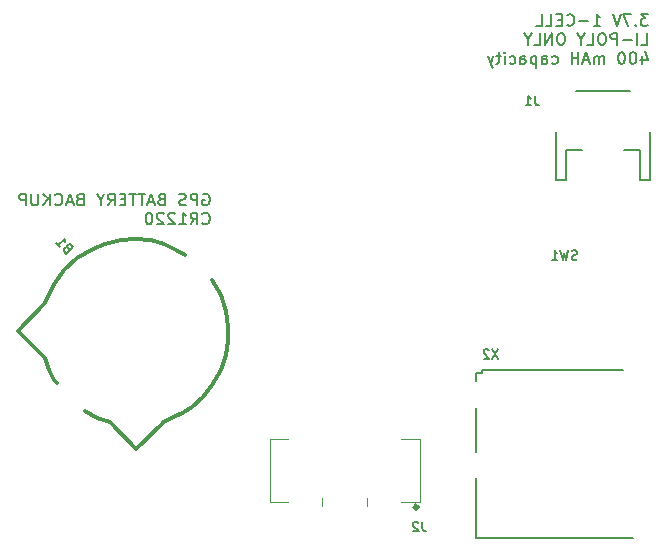
<source format=gbr>
%TF.GenerationSoftware,KiCad,Pcbnew,7.0.5*%
%TF.CreationDate,2024-02-09T08:38:42-06:00*%
%TF.ProjectId,peakick,7065616b-6963-46b2-9e6b-696361645f70,rev?*%
%TF.SameCoordinates,Original*%
%TF.FileFunction,Legend,Bot*%
%TF.FilePolarity,Positive*%
%FSLAX46Y46*%
G04 Gerber Fmt 4.6, Leading zero omitted, Abs format (unit mm)*
G04 Created by KiCad (PCBNEW 7.0.5) date 2024-02-09 08:38:42*
%MOMM*%
%LPD*%
G01*
G04 APERTURE LIST*
%ADD10C,0.150000*%
%ADD11C,0.100000*%
%ADD12C,0.120000*%
%ADD13C,0.310000*%
%ADD14C,0.127000*%
%ADD15C,0.304800*%
%ADD16C,0.203200*%
G04 APERTURE END LIST*
D10*
X145339411Y-81132438D02*
X145434649Y-81084819D01*
X145434649Y-81084819D02*
X145577506Y-81084819D01*
X145577506Y-81084819D02*
X145720363Y-81132438D01*
X145720363Y-81132438D02*
X145815601Y-81227676D01*
X145815601Y-81227676D02*
X145863220Y-81322914D01*
X145863220Y-81322914D02*
X145910839Y-81513390D01*
X145910839Y-81513390D02*
X145910839Y-81656247D01*
X145910839Y-81656247D02*
X145863220Y-81846723D01*
X145863220Y-81846723D02*
X145815601Y-81941961D01*
X145815601Y-81941961D02*
X145720363Y-82037200D01*
X145720363Y-82037200D02*
X145577506Y-82084819D01*
X145577506Y-82084819D02*
X145482268Y-82084819D01*
X145482268Y-82084819D02*
X145339411Y-82037200D01*
X145339411Y-82037200D02*
X145291792Y-81989580D01*
X145291792Y-81989580D02*
X145291792Y-81656247D01*
X145291792Y-81656247D02*
X145482268Y-81656247D01*
X144863220Y-82084819D02*
X144863220Y-81084819D01*
X144863220Y-81084819D02*
X144482268Y-81084819D01*
X144482268Y-81084819D02*
X144387030Y-81132438D01*
X144387030Y-81132438D02*
X144339411Y-81180057D01*
X144339411Y-81180057D02*
X144291792Y-81275295D01*
X144291792Y-81275295D02*
X144291792Y-81418152D01*
X144291792Y-81418152D02*
X144339411Y-81513390D01*
X144339411Y-81513390D02*
X144387030Y-81561009D01*
X144387030Y-81561009D02*
X144482268Y-81608628D01*
X144482268Y-81608628D02*
X144863220Y-81608628D01*
X143910839Y-82037200D02*
X143767982Y-82084819D01*
X143767982Y-82084819D02*
X143529887Y-82084819D01*
X143529887Y-82084819D02*
X143434649Y-82037200D01*
X143434649Y-82037200D02*
X143387030Y-81989580D01*
X143387030Y-81989580D02*
X143339411Y-81894342D01*
X143339411Y-81894342D02*
X143339411Y-81799104D01*
X143339411Y-81799104D02*
X143387030Y-81703866D01*
X143387030Y-81703866D02*
X143434649Y-81656247D01*
X143434649Y-81656247D02*
X143529887Y-81608628D01*
X143529887Y-81608628D02*
X143720363Y-81561009D01*
X143720363Y-81561009D02*
X143815601Y-81513390D01*
X143815601Y-81513390D02*
X143863220Y-81465771D01*
X143863220Y-81465771D02*
X143910839Y-81370533D01*
X143910839Y-81370533D02*
X143910839Y-81275295D01*
X143910839Y-81275295D02*
X143863220Y-81180057D01*
X143863220Y-81180057D02*
X143815601Y-81132438D01*
X143815601Y-81132438D02*
X143720363Y-81084819D01*
X143720363Y-81084819D02*
X143482268Y-81084819D01*
X143482268Y-81084819D02*
X143339411Y-81132438D01*
X141815601Y-81561009D02*
X141672744Y-81608628D01*
X141672744Y-81608628D02*
X141625125Y-81656247D01*
X141625125Y-81656247D02*
X141577506Y-81751485D01*
X141577506Y-81751485D02*
X141577506Y-81894342D01*
X141577506Y-81894342D02*
X141625125Y-81989580D01*
X141625125Y-81989580D02*
X141672744Y-82037200D01*
X141672744Y-82037200D02*
X141767982Y-82084819D01*
X141767982Y-82084819D02*
X142148934Y-82084819D01*
X142148934Y-82084819D02*
X142148934Y-81084819D01*
X142148934Y-81084819D02*
X141815601Y-81084819D01*
X141815601Y-81084819D02*
X141720363Y-81132438D01*
X141720363Y-81132438D02*
X141672744Y-81180057D01*
X141672744Y-81180057D02*
X141625125Y-81275295D01*
X141625125Y-81275295D02*
X141625125Y-81370533D01*
X141625125Y-81370533D02*
X141672744Y-81465771D01*
X141672744Y-81465771D02*
X141720363Y-81513390D01*
X141720363Y-81513390D02*
X141815601Y-81561009D01*
X141815601Y-81561009D02*
X142148934Y-81561009D01*
X141196553Y-81799104D02*
X140720363Y-81799104D01*
X141291791Y-82084819D02*
X140958458Y-81084819D01*
X140958458Y-81084819D02*
X140625125Y-82084819D01*
X140434648Y-81084819D02*
X139863220Y-81084819D01*
X140148934Y-82084819D02*
X140148934Y-81084819D01*
X139672743Y-81084819D02*
X139101315Y-81084819D01*
X139387029Y-82084819D02*
X139387029Y-81084819D01*
X138767981Y-81561009D02*
X138434648Y-81561009D01*
X138291791Y-82084819D02*
X138767981Y-82084819D01*
X138767981Y-82084819D02*
X138767981Y-81084819D01*
X138767981Y-81084819D02*
X138291791Y-81084819D01*
X137291791Y-82084819D02*
X137625124Y-81608628D01*
X137863219Y-82084819D02*
X137863219Y-81084819D01*
X137863219Y-81084819D02*
X137482267Y-81084819D01*
X137482267Y-81084819D02*
X137387029Y-81132438D01*
X137387029Y-81132438D02*
X137339410Y-81180057D01*
X137339410Y-81180057D02*
X137291791Y-81275295D01*
X137291791Y-81275295D02*
X137291791Y-81418152D01*
X137291791Y-81418152D02*
X137339410Y-81513390D01*
X137339410Y-81513390D02*
X137387029Y-81561009D01*
X137387029Y-81561009D02*
X137482267Y-81608628D01*
X137482267Y-81608628D02*
X137863219Y-81608628D01*
X136672743Y-81608628D02*
X136672743Y-82084819D01*
X137006076Y-81084819D02*
X136672743Y-81608628D01*
X136672743Y-81608628D02*
X136339410Y-81084819D01*
X134910838Y-81561009D02*
X134767981Y-81608628D01*
X134767981Y-81608628D02*
X134720362Y-81656247D01*
X134720362Y-81656247D02*
X134672743Y-81751485D01*
X134672743Y-81751485D02*
X134672743Y-81894342D01*
X134672743Y-81894342D02*
X134720362Y-81989580D01*
X134720362Y-81989580D02*
X134767981Y-82037200D01*
X134767981Y-82037200D02*
X134863219Y-82084819D01*
X134863219Y-82084819D02*
X135244171Y-82084819D01*
X135244171Y-82084819D02*
X135244171Y-81084819D01*
X135244171Y-81084819D02*
X134910838Y-81084819D01*
X134910838Y-81084819D02*
X134815600Y-81132438D01*
X134815600Y-81132438D02*
X134767981Y-81180057D01*
X134767981Y-81180057D02*
X134720362Y-81275295D01*
X134720362Y-81275295D02*
X134720362Y-81370533D01*
X134720362Y-81370533D02*
X134767981Y-81465771D01*
X134767981Y-81465771D02*
X134815600Y-81513390D01*
X134815600Y-81513390D02*
X134910838Y-81561009D01*
X134910838Y-81561009D02*
X135244171Y-81561009D01*
X134291790Y-81799104D02*
X133815600Y-81799104D01*
X134387028Y-82084819D02*
X134053695Y-81084819D01*
X134053695Y-81084819D02*
X133720362Y-82084819D01*
X132815600Y-81989580D02*
X132863219Y-82037200D01*
X132863219Y-82037200D02*
X133006076Y-82084819D01*
X133006076Y-82084819D02*
X133101314Y-82084819D01*
X133101314Y-82084819D02*
X133244171Y-82037200D01*
X133244171Y-82037200D02*
X133339409Y-81941961D01*
X133339409Y-81941961D02*
X133387028Y-81846723D01*
X133387028Y-81846723D02*
X133434647Y-81656247D01*
X133434647Y-81656247D02*
X133434647Y-81513390D01*
X133434647Y-81513390D02*
X133387028Y-81322914D01*
X133387028Y-81322914D02*
X133339409Y-81227676D01*
X133339409Y-81227676D02*
X133244171Y-81132438D01*
X133244171Y-81132438D02*
X133101314Y-81084819D01*
X133101314Y-81084819D02*
X133006076Y-81084819D01*
X133006076Y-81084819D02*
X132863219Y-81132438D01*
X132863219Y-81132438D02*
X132815600Y-81180057D01*
X132387028Y-82084819D02*
X132387028Y-81084819D01*
X131815600Y-82084819D02*
X132244171Y-81513390D01*
X131815600Y-81084819D02*
X132387028Y-81656247D01*
X131387028Y-81084819D02*
X131387028Y-81894342D01*
X131387028Y-81894342D02*
X131339409Y-81989580D01*
X131339409Y-81989580D02*
X131291790Y-82037200D01*
X131291790Y-82037200D02*
X131196552Y-82084819D01*
X131196552Y-82084819D02*
X131006076Y-82084819D01*
X131006076Y-82084819D02*
X130910838Y-82037200D01*
X130910838Y-82037200D02*
X130863219Y-81989580D01*
X130863219Y-81989580D02*
X130815600Y-81894342D01*
X130815600Y-81894342D02*
X130815600Y-81084819D01*
X130339409Y-82084819D02*
X130339409Y-81084819D01*
X130339409Y-81084819D02*
X129958457Y-81084819D01*
X129958457Y-81084819D02*
X129863219Y-81132438D01*
X129863219Y-81132438D02*
X129815600Y-81180057D01*
X129815600Y-81180057D02*
X129767981Y-81275295D01*
X129767981Y-81275295D02*
X129767981Y-81418152D01*
X129767981Y-81418152D02*
X129815600Y-81513390D01*
X129815600Y-81513390D02*
X129863219Y-81561009D01*
X129863219Y-81561009D02*
X129958457Y-81608628D01*
X129958457Y-81608628D02*
X130339409Y-81608628D01*
X145291792Y-83599580D02*
X145339411Y-83647200D01*
X145339411Y-83647200D02*
X145482268Y-83694819D01*
X145482268Y-83694819D02*
X145577506Y-83694819D01*
X145577506Y-83694819D02*
X145720363Y-83647200D01*
X145720363Y-83647200D02*
X145815601Y-83551961D01*
X145815601Y-83551961D02*
X145863220Y-83456723D01*
X145863220Y-83456723D02*
X145910839Y-83266247D01*
X145910839Y-83266247D02*
X145910839Y-83123390D01*
X145910839Y-83123390D02*
X145863220Y-82932914D01*
X145863220Y-82932914D02*
X145815601Y-82837676D01*
X145815601Y-82837676D02*
X145720363Y-82742438D01*
X145720363Y-82742438D02*
X145577506Y-82694819D01*
X145577506Y-82694819D02*
X145482268Y-82694819D01*
X145482268Y-82694819D02*
X145339411Y-82742438D01*
X145339411Y-82742438D02*
X145291792Y-82790057D01*
X144291792Y-83694819D02*
X144625125Y-83218628D01*
X144863220Y-83694819D02*
X144863220Y-82694819D01*
X144863220Y-82694819D02*
X144482268Y-82694819D01*
X144482268Y-82694819D02*
X144387030Y-82742438D01*
X144387030Y-82742438D02*
X144339411Y-82790057D01*
X144339411Y-82790057D02*
X144291792Y-82885295D01*
X144291792Y-82885295D02*
X144291792Y-83028152D01*
X144291792Y-83028152D02*
X144339411Y-83123390D01*
X144339411Y-83123390D02*
X144387030Y-83171009D01*
X144387030Y-83171009D02*
X144482268Y-83218628D01*
X144482268Y-83218628D02*
X144863220Y-83218628D01*
X143339411Y-83694819D02*
X143910839Y-83694819D01*
X143625125Y-83694819D02*
X143625125Y-82694819D01*
X143625125Y-82694819D02*
X143720363Y-82837676D01*
X143720363Y-82837676D02*
X143815601Y-82932914D01*
X143815601Y-82932914D02*
X143910839Y-82980533D01*
X142958458Y-82790057D02*
X142910839Y-82742438D01*
X142910839Y-82742438D02*
X142815601Y-82694819D01*
X142815601Y-82694819D02*
X142577506Y-82694819D01*
X142577506Y-82694819D02*
X142482268Y-82742438D01*
X142482268Y-82742438D02*
X142434649Y-82790057D01*
X142434649Y-82790057D02*
X142387030Y-82885295D01*
X142387030Y-82885295D02*
X142387030Y-82980533D01*
X142387030Y-82980533D02*
X142434649Y-83123390D01*
X142434649Y-83123390D02*
X143006077Y-83694819D01*
X143006077Y-83694819D02*
X142387030Y-83694819D01*
X142006077Y-82790057D02*
X141958458Y-82742438D01*
X141958458Y-82742438D02*
X141863220Y-82694819D01*
X141863220Y-82694819D02*
X141625125Y-82694819D01*
X141625125Y-82694819D02*
X141529887Y-82742438D01*
X141529887Y-82742438D02*
X141482268Y-82790057D01*
X141482268Y-82790057D02*
X141434649Y-82885295D01*
X141434649Y-82885295D02*
X141434649Y-82980533D01*
X141434649Y-82980533D02*
X141482268Y-83123390D01*
X141482268Y-83123390D02*
X142053696Y-83694819D01*
X142053696Y-83694819D02*
X141434649Y-83694819D01*
X140815601Y-82694819D02*
X140720363Y-82694819D01*
X140720363Y-82694819D02*
X140625125Y-82742438D01*
X140625125Y-82742438D02*
X140577506Y-82790057D01*
X140577506Y-82790057D02*
X140529887Y-82885295D01*
X140529887Y-82885295D02*
X140482268Y-83075771D01*
X140482268Y-83075771D02*
X140482268Y-83313866D01*
X140482268Y-83313866D02*
X140529887Y-83504342D01*
X140529887Y-83504342D02*
X140577506Y-83599580D01*
X140577506Y-83599580D02*
X140625125Y-83647200D01*
X140625125Y-83647200D02*
X140720363Y-83694819D01*
X140720363Y-83694819D02*
X140815601Y-83694819D01*
X140815601Y-83694819D02*
X140910839Y-83647200D01*
X140910839Y-83647200D02*
X140958458Y-83599580D01*
X140958458Y-83599580D02*
X141006077Y-83504342D01*
X141006077Y-83504342D02*
X141053696Y-83313866D01*
X141053696Y-83313866D02*
X141053696Y-83075771D01*
X141053696Y-83075771D02*
X141006077Y-82885295D01*
X141006077Y-82885295D02*
X140958458Y-82790057D01*
X140958458Y-82790057D02*
X140910839Y-82742438D01*
X140910839Y-82742438D02*
X140815601Y-82694819D01*
X183033458Y-65874819D02*
X182414411Y-65874819D01*
X182414411Y-65874819D02*
X182747744Y-66255771D01*
X182747744Y-66255771D02*
X182604887Y-66255771D01*
X182604887Y-66255771D02*
X182509649Y-66303390D01*
X182509649Y-66303390D02*
X182462030Y-66351009D01*
X182462030Y-66351009D02*
X182414411Y-66446247D01*
X182414411Y-66446247D02*
X182414411Y-66684342D01*
X182414411Y-66684342D02*
X182462030Y-66779580D01*
X182462030Y-66779580D02*
X182509649Y-66827200D01*
X182509649Y-66827200D02*
X182604887Y-66874819D01*
X182604887Y-66874819D02*
X182890601Y-66874819D01*
X182890601Y-66874819D02*
X182985839Y-66827200D01*
X182985839Y-66827200D02*
X183033458Y-66779580D01*
X181985839Y-66779580D02*
X181938220Y-66827200D01*
X181938220Y-66827200D02*
X181985839Y-66874819D01*
X181985839Y-66874819D02*
X182033458Y-66827200D01*
X182033458Y-66827200D02*
X181985839Y-66779580D01*
X181985839Y-66779580D02*
X181985839Y-66874819D01*
X181604887Y-65874819D02*
X180938221Y-65874819D01*
X180938221Y-65874819D02*
X181366792Y-66874819D01*
X180700125Y-65874819D02*
X180366792Y-66874819D01*
X180366792Y-66874819D02*
X180033459Y-65874819D01*
X178414411Y-66874819D02*
X178985839Y-66874819D01*
X178700125Y-66874819D02*
X178700125Y-65874819D01*
X178700125Y-65874819D02*
X178795363Y-66017676D01*
X178795363Y-66017676D02*
X178890601Y-66112914D01*
X178890601Y-66112914D02*
X178985839Y-66160533D01*
X177985839Y-66493866D02*
X177223935Y-66493866D01*
X176176316Y-66779580D02*
X176223935Y-66827200D01*
X176223935Y-66827200D02*
X176366792Y-66874819D01*
X176366792Y-66874819D02*
X176462030Y-66874819D01*
X176462030Y-66874819D02*
X176604887Y-66827200D01*
X176604887Y-66827200D02*
X176700125Y-66731961D01*
X176700125Y-66731961D02*
X176747744Y-66636723D01*
X176747744Y-66636723D02*
X176795363Y-66446247D01*
X176795363Y-66446247D02*
X176795363Y-66303390D01*
X176795363Y-66303390D02*
X176747744Y-66112914D01*
X176747744Y-66112914D02*
X176700125Y-66017676D01*
X176700125Y-66017676D02*
X176604887Y-65922438D01*
X176604887Y-65922438D02*
X176462030Y-65874819D01*
X176462030Y-65874819D02*
X176366792Y-65874819D01*
X176366792Y-65874819D02*
X176223935Y-65922438D01*
X176223935Y-65922438D02*
X176176316Y-65970057D01*
X175747744Y-66351009D02*
X175414411Y-66351009D01*
X175271554Y-66874819D02*
X175747744Y-66874819D01*
X175747744Y-66874819D02*
X175747744Y-65874819D01*
X175747744Y-65874819D02*
X175271554Y-65874819D01*
X174366792Y-66874819D02*
X174842982Y-66874819D01*
X174842982Y-66874819D02*
X174842982Y-65874819D01*
X173557268Y-66874819D02*
X174033458Y-66874819D01*
X174033458Y-66874819D02*
X174033458Y-65874819D01*
X182462030Y-68484819D02*
X182938220Y-68484819D01*
X182938220Y-68484819D02*
X182938220Y-67484819D01*
X182128696Y-68484819D02*
X182128696Y-67484819D01*
X181652506Y-68103866D02*
X180890602Y-68103866D01*
X180414411Y-68484819D02*
X180414411Y-67484819D01*
X180414411Y-67484819D02*
X180033459Y-67484819D01*
X180033459Y-67484819D02*
X179938221Y-67532438D01*
X179938221Y-67532438D02*
X179890602Y-67580057D01*
X179890602Y-67580057D02*
X179842983Y-67675295D01*
X179842983Y-67675295D02*
X179842983Y-67818152D01*
X179842983Y-67818152D02*
X179890602Y-67913390D01*
X179890602Y-67913390D02*
X179938221Y-67961009D01*
X179938221Y-67961009D02*
X180033459Y-68008628D01*
X180033459Y-68008628D02*
X180414411Y-68008628D01*
X179223935Y-67484819D02*
X179033459Y-67484819D01*
X179033459Y-67484819D02*
X178938221Y-67532438D01*
X178938221Y-67532438D02*
X178842983Y-67627676D01*
X178842983Y-67627676D02*
X178795364Y-67818152D01*
X178795364Y-67818152D02*
X178795364Y-68151485D01*
X178795364Y-68151485D02*
X178842983Y-68341961D01*
X178842983Y-68341961D02*
X178938221Y-68437200D01*
X178938221Y-68437200D02*
X179033459Y-68484819D01*
X179033459Y-68484819D02*
X179223935Y-68484819D01*
X179223935Y-68484819D02*
X179319173Y-68437200D01*
X179319173Y-68437200D02*
X179414411Y-68341961D01*
X179414411Y-68341961D02*
X179462030Y-68151485D01*
X179462030Y-68151485D02*
X179462030Y-67818152D01*
X179462030Y-67818152D02*
X179414411Y-67627676D01*
X179414411Y-67627676D02*
X179319173Y-67532438D01*
X179319173Y-67532438D02*
X179223935Y-67484819D01*
X177890602Y-68484819D02*
X178366792Y-68484819D01*
X178366792Y-68484819D02*
X178366792Y-67484819D01*
X177366792Y-68008628D02*
X177366792Y-68484819D01*
X177700125Y-67484819D02*
X177366792Y-68008628D01*
X177366792Y-68008628D02*
X177033459Y-67484819D01*
X175747744Y-67484819D02*
X175557268Y-67484819D01*
X175557268Y-67484819D02*
X175462030Y-67532438D01*
X175462030Y-67532438D02*
X175366792Y-67627676D01*
X175366792Y-67627676D02*
X175319173Y-67818152D01*
X175319173Y-67818152D02*
X175319173Y-68151485D01*
X175319173Y-68151485D02*
X175366792Y-68341961D01*
X175366792Y-68341961D02*
X175462030Y-68437200D01*
X175462030Y-68437200D02*
X175557268Y-68484819D01*
X175557268Y-68484819D02*
X175747744Y-68484819D01*
X175747744Y-68484819D02*
X175842982Y-68437200D01*
X175842982Y-68437200D02*
X175938220Y-68341961D01*
X175938220Y-68341961D02*
X175985839Y-68151485D01*
X175985839Y-68151485D02*
X175985839Y-67818152D01*
X175985839Y-67818152D02*
X175938220Y-67627676D01*
X175938220Y-67627676D02*
X175842982Y-67532438D01*
X175842982Y-67532438D02*
X175747744Y-67484819D01*
X174890601Y-68484819D02*
X174890601Y-67484819D01*
X174890601Y-67484819D02*
X174319173Y-68484819D01*
X174319173Y-68484819D02*
X174319173Y-67484819D01*
X173366792Y-68484819D02*
X173842982Y-68484819D01*
X173842982Y-68484819D02*
X173842982Y-67484819D01*
X172842982Y-68008628D02*
X172842982Y-68484819D01*
X173176315Y-67484819D02*
X172842982Y-68008628D01*
X172842982Y-68008628D02*
X172509649Y-67484819D01*
X182509649Y-69428152D02*
X182509649Y-70094819D01*
X182747744Y-69047200D02*
X182985839Y-69761485D01*
X182985839Y-69761485D02*
X182366792Y-69761485D01*
X181795363Y-69094819D02*
X181700125Y-69094819D01*
X181700125Y-69094819D02*
X181604887Y-69142438D01*
X181604887Y-69142438D02*
X181557268Y-69190057D01*
X181557268Y-69190057D02*
X181509649Y-69285295D01*
X181509649Y-69285295D02*
X181462030Y-69475771D01*
X181462030Y-69475771D02*
X181462030Y-69713866D01*
X181462030Y-69713866D02*
X181509649Y-69904342D01*
X181509649Y-69904342D02*
X181557268Y-69999580D01*
X181557268Y-69999580D02*
X181604887Y-70047200D01*
X181604887Y-70047200D02*
X181700125Y-70094819D01*
X181700125Y-70094819D02*
X181795363Y-70094819D01*
X181795363Y-70094819D02*
X181890601Y-70047200D01*
X181890601Y-70047200D02*
X181938220Y-69999580D01*
X181938220Y-69999580D02*
X181985839Y-69904342D01*
X181985839Y-69904342D02*
X182033458Y-69713866D01*
X182033458Y-69713866D02*
X182033458Y-69475771D01*
X182033458Y-69475771D02*
X181985839Y-69285295D01*
X181985839Y-69285295D02*
X181938220Y-69190057D01*
X181938220Y-69190057D02*
X181890601Y-69142438D01*
X181890601Y-69142438D02*
X181795363Y-69094819D01*
X180842982Y-69094819D02*
X180747744Y-69094819D01*
X180747744Y-69094819D02*
X180652506Y-69142438D01*
X180652506Y-69142438D02*
X180604887Y-69190057D01*
X180604887Y-69190057D02*
X180557268Y-69285295D01*
X180557268Y-69285295D02*
X180509649Y-69475771D01*
X180509649Y-69475771D02*
X180509649Y-69713866D01*
X180509649Y-69713866D02*
X180557268Y-69904342D01*
X180557268Y-69904342D02*
X180604887Y-69999580D01*
X180604887Y-69999580D02*
X180652506Y-70047200D01*
X180652506Y-70047200D02*
X180747744Y-70094819D01*
X180747744Y-70094819D02*
X180842982Y-70094819D01*
X180842982Y-70094819D02*
X180938220Y-70047200D01*
X180938220Y-70047200D02*
X180985839Y-69999580D01*
X180985839Y-69999580D02*
X181033458Y-69904342D01*
X181033458Y-69904342D02*
X181081077Y-69713866D01*
X181081077Y-69713866D02*
X181081077Y-69475771D01*
X181081077Y-69475771D02*
X181033458Y-69285295D01*
X181033458Y-69285295D02*
X180985839Y-69190057D01*
X180985839Y-69190057D02*
X180938220Y-69142438D01*
X180938220Y-69142438D02*
X180842982Y-69094819D01*
X179319172Y-70094819D02*
X179319172Y-69428152D01*
X179319172Y-69523390D02*
X179271553Y-69475771D01*
X179271553Y-69475771D02*
X179176315Y-69428152D01*
X179176315Y-69428152D02*
X179033458Y-69428152D01*
X179033458Y-69428152D02*
X178938220Y-69475771D01*
X178938220Y-69475771D02*
X178890601Y-69571009D01*
X178890601Y-69571009D02*
X178890601Y-70094819D01*
X178890601Y-69571009D02*
X178842982Y-69475771D01*
X178842982Y-69475771D02*
X178747744Y-69428152D01*
X178747744Y-69428152D02*
X178604887Y-69428152D01*
X178604887Y-69428152D02*
X178509648Y-69475771D01*
X178509648Y-69475771D02*
X178462029Y-69571009D01*
X178462029Y-69571009D02*
X178462029Y-70094819D01*
X178033458Y-69809104D02*
X177557268Y-69809104D01*
X178128696Y-70094819D02*
X177795363Y-69094819D01*
X177795363Y-69094819D02*
X177462030Y-70094819D01*
X177128696Y-70094819D02*
X177128696Y-69094819D01*
X177128696Y-69571009D02*
X176557268Y-69571009D01*
X176557268Y-70094819D02*
X176557268Y-69094819D01*
X174890601Y-70047200D02*
X174985839Y-70094819D01*
X174985839Y-70094819D02*
X175176315Y-70094819D01*
X175176315Y-70094819D02*
X175271553Y-70047200D01*
X175271553Y-70047200D02*
X175319172Y-69999580D01*
X175319172Y-69999580D02*
X175366791Y-69904342D01*
X175366791Y-69904342D02*
X175366791Y-69618628D01*
X175366791Y-69618628D02*
X175319172Y-69523390D01*
X175319172Y-69523390D02*
X175271553Y-69475771D01*
X175271553Y-69475771D02*
X175176315Y-69428152D01*
X175176315Y-69428152D02*
X174985839Y-69428152D01*
X174985839Y-69428152D02*
X174890601Y-69475771D01*
X174033458Y-70094819D02*
X174033458Y-69571009D01*
X174033458Y-69571009D02*
X174081077Y-69475771D01*
X174081077Y-69475771D02*
X174176315Y-69428152D01*
X174176315Y-69428152D02*
X174366791Y-69428152D01*
X174366791Y-69428152D02*
X174462029Y-69475771D01*
X174033458Y-70047200D02*
X174128696Y-70094819D01*
X174128696Y-70094819D02*
X174366791Y-70094819D01*
X174366791Y-70094819D02*
X174462029Y-70047200D01*
X174462029Y-70047200D02*
X174509648Y-69951961D01*
X174509648Y-69951961D02*
X174509648Y-69856723D01*
X174509648Y-69856723D02*
X174462029Y-69761485D01*
X174462029Y-69761485D02*
X174366791Y-69713866D01*
X174366791Y-69713866D02*
X174128696Y-69713866D01*
X174128696Y-69713866D02*
X174033458Y-69666247D01*
X173557267Y-69428152D02*
X173557267Y-70428152D01*
X173557267Y-69475771D02*
X173462029Y-69428152D01*
X173462029Y-69428152D02*
X173271553Y-69428152D01*
X173271553Y-69428152D02*
X173176315Y-69475771D01*
X173176315Y-69475771D02*
X173128696Y-69523390D01*
X173128696Y-69523390D02*
X173081077Y-69618628D01*
X173081077Y-69618628D02*
X173081077Y-69904342D01*
X173081077Y-69904342D02*
X173128696Y-69999580D01*
X173128696Y-69999580D02*
X173176315Y-70047200D01*
X173176315Y-70047200D02*
X173271553Y-70094819D01*
X173271553Y-70094819D02*
X173462029Y-70094819D01*
X173462029Y-70094819D02*
X173557267Y-70047200D01*
X172223934Y-70094819D02*
X172223934Y-69571009D01*
X172223934Y-69571009D02*
X172271553Y-69475771D01*
X172271553Y-69475771D02*
X172366791Y-69428152D01*
X172366791Y-69428152D02*
X172557267Y-69428152D01*
X172557267Y-69428152D02*
X172652505Y-69475771D01*
X172223934Y-70047200D02*
X172319172Y-70094819D01*
X172319172Y-70094819D02*
X172557267Y-70094819D01*
X172557267Y-70094819D02*
X172652505Y-70047200D01*
X172652505Y-70047200D02*
X172700124Y-69951961D01*
X172700124Y-69951961D02*
X172700124Y-69856723D01*
X172700124Y-69856723D02*
X172652505Y-69761485D01*
X172652505Y-69761485D02*
X172557267Y-69713866D01*
X172557267Y-69713866D02*
X172319172Y-69713866D01*
X172319172Y-69713866D02*
X172223934Y-69666247D01*
X171319172Y-70047200D02*
X171414410Y-70094819D01*
X171414410Y-70094819D02*
X171604886Y-70094819D01*
X171604886Y-70094819D02*
X171700124Y-70047200D01*
X171700124Y-70047200D02*
X171747743Y-69999580D01*
X171747743Y-69999580D02*
X171795362Y-69904342D01*
X171795362Y-69904342D02*
X171795362Y-69618628D01*
X171795362Y-69618628D02*
X171747743Y-69523390D01*
X171747743Y-69523390D02*
X171700124Y-69475771D01*
X171700124Y-69475771D02*
X171604886Y-69428152D01*
X171604886Y-69428152D02*
X171414410Y-69428152D01*
X171414410Y-69428152D02*
X171319172Y-69475771D01*
X170890600Y-70094819D02*
X170890600Y-69428152D01*
X170890600Y-69094819D02*
X170938219Y-69142438D01*
X170938219Y-69142438D02*
X170890600Y-69190057D01*
X170890600Y-69190057D02*
X170842981Y-69142438D01*
X170842981Y-69142438D02*
X170890600Y-69094819D01*
X170890600Y-69094819D02*
X170890600Y-69190057D01*
X170557267Y-69428152D02*
X170176315Y-69428152D01*
X170414410Y-69094819D02*
X170414410Y-69951961D01*
X170414410Y-69951961D02*
X170366791Y-70047200D01*
X170366791Y-70047200D02*
X170271553Y-70094819D01*
X170271553Y-70094819D02*
X170176315Y-70094819D01*
X169938219Y-69428152D02*
X169700124Y-70094819D01*
X169462029Y-69428152D02*
X169700124Y-70094819D01*
X169700124Y-70094819D02*
X169795362Y-70332914D01*
X169795362Y-70332914D02*
X169842981Y-70380533D01*
X169842981Y-70380533D02*
X169938219Y-70428152D01*
%TO.C,J2*%
X163916666Y-108862295D02*
X163916666Y-109433723D01*
X163916666Y-109433723D02*
X163954761Y-109548009D01*
X163954761Y-109548009D02*
X164030952Y-109624200D01*
X164030952Y-109624200D02*
X164145237Y-109662295D01*
X164145237Y-109662295D02*
X164221428Y-109662295D01*
X163573809Y-108938485D02*
X163535713Y-108900390D01*
X163535713Y-108900390D02*
X163459523Y-108862295D01*
X163459523Y-108862295D02*
X163269047Y-108862295D01*
X163269047Y-108862295D02*
X163192856Y-108900390D01*
X163192856Y-108900390D02*
X163154761Y-108938485D01*
X163154761Y-108938485D02*
X163116666Y-109014676D01*
X163116666Y-109014676D02*
X163116666Y-109090866D01*
X163116666Y-109090866D02*
X163154761Y-109205152D01*
X163154761Y-109205152D02*
X163611904Y-109662295D01*
X163611904Y-109662295D02*
X163116666Y-109662295D01*
%TO.C,SW1*%
X177016667Y-86649200D02*
X176902381Y-86687295D01*
X176902381Y-86687295D02*
X176711905Y-86687295D01*
X176711905Y-86687295D02*
X176635714Y-86649200D01*
X176635714Y-86649200D02*
X176597619Y-86611104D01*
X176597619Y-86611104D02*
X176559524Y-86534914D01*
X176559524Y-86534914D02*
X176559524Y-86458723D01*
X176559524Y-86458723D02*
X176597619Y-86382533D01*
X176597619Y-86382533D02*
X176635714Y-86344438D01*
X176635714Y-86344438D02*
X176711905Y-86306342D01*
X176711905Y-86306342D02*
X176864286Y-86268247D01*
X176864286Y-86268247D02*
X176940476Y-86230152D01*
X176940476Y-86230152D02*
X176978571Y-86192057D01*
X176978571Y-86192057D02*
X177016667Y-86115866D01*
X177016667Y-86115866D02*
X177016667Y-86039676D01*
X177016667Y-86039676D02*
X176978571Y-85963485D01*
X176978571Y-85963485D02*
X176940476Y-85925390D01*
X176940476Y-85925390D02*
X176864286Y-85887295D01*
X176864286Y-85887295D02*
X176673809Y-85887295D01*
X176673809Y-85887295D02*
X176559524Y-85925390D01*
X176292857Y-85887295D02*
X176102381Y-86687295D01*
X176102381Y-86687295D02*
X175950000Y-86115866D01*
X175950000Y-86115866D02*
X175797619Y-86687295D01*
X175797619Y-86687295D02*
X175607143Y-85887295D01*
X174883333Y-86687295D02*
X175340476Y-86687295D01*
X175111904Y-86687295D02*
X175111904Y-85887295D01*
X175111904Y-85887295D02*
X175188095Y-86001580D01*
X175188095Y-86001580D02*
X175264285Y-86077771D01*
X175264285Y-86077771D02*
X175340476Y-86115866D01*
%TO.C,X2*%
X170358208Y-94244295D02*
X169824874Y-95044295D01*
X169824874Y-94244295D02*
X170358208Y-95044295D01*
X169558208Y-94320485D02*
X169520112Y-94282390D01*
X169520112Y-94282390D02*
X169443922Y-94244295D01*
X169443922Y-94244295D02*
X169253446Y-94244295D01*
X169253446Y-94244295D02*
X169177255Y-94282390D01*
X169177255Y-94282390D02*
X169139160Y-94320485D01*
X169139160Y-94320485D02*
X169101065Y-94396676D01*
X169101065Y-94396676D02*
X169101065Y-94472866D01*
X169101065Y-94472866D02*
X169139160Y-94587152D01*
X169139160Y-94587152D02*
X169596303Y-95044295D01*
X169596303Y-95044295D02*
X169101065Y-95044295D01*
%TO.C,B1*%
X133897020Y-85679908D02*
X133789271Y-85626034D01*
X133789271Y-85626034D02*
X133735396Y-85626034D01*
X133735396Y-85626034D02*
X133654584Y-85652971D01*
X133654584Y-85652971D02*
X133573772Y-85733783D01*
X133573772Y-85733783D02*
X133546834Y-85814595D01*
X133546834Y-85814595D02*
X133546834Y-85868470D01*
X133546834Y-85868470D02*
X133573772Y-85949282D01*
X133573772Y-85949282D02*
X133789271Y-86164782D01*
X133789271Y-86164782D02*
X134354956Y-85599096D01*
X134354956Y-85599096D02*
X134166394Y-85410534D01*
X134166394Y-85410534D02*
X134085582Y-85383597D01*
X134085582Y-85383597D02*
X134031707Y-85383597D01*
X134031707Y-85383597D02*
X133950895Y-85410534D01*
X133950895Y-85410534D02*
X133897020Y-85464409D01*
X133897020Y-85464409D02*
X133870083Y-85545221D01*
X133870083Y-85545221D02*
X133870083Y-85599096D01*
X133870083Y-85599096D02*
X133897020Y-85679908D01*
X133897020Y-85679908D02*
X134085582Y-85868470D01*
X132927274Y-85302785D02*
X133250523Y-85626034D01*
X133088898Y-85464409D02*
X133654584Y-84898724D01*
X133654584Y-84898724D02*
X133627646Y-85033411D01*
X133627646Y-85033411D02*
X133627646Y-85141160D01*
X133627646Y-85141160D02*
X133654584Y-85221973D01*
%TO.C,J1*%
X173466666Y-72812295D02*
X173466666Y-73383723D01*
X173466666Y-73383723D02*
X173504761Y-73498009D01*
X173504761Y-73498009D02*
X173580952Y-73574200D01*
X173580952Y-73574200D02*
X173695237Y-73612295D01*
X173695237Y-73612295D02*
X173771428Y-73612295D01*
X172666666Y-73612295D02*
X173123809Y-73612295D01*
X172895237Y-73612295D02*
X172895237Y-72812295D01*
X172895237Y-72812295D02*
X172971428Y-72926580D01*
X172971428Y-72926580D02*
X173047618Y-73002771D01*
X173047618Y-73002771D02*
X173123809Y-73040866D01*
D11*
%TO.C,J2*%
X163685000Y-101870000D02*
X163685000Y-107170000D01*
X162095000Y-107170000D02*
X163685000Y-107170000D01*
X162095000Y-101820000D02*
X163685000Y-101820000D01*
D12*
X159235000Y-106820000D02*
X159235000Y-107520000D01*
X155435000Y-106820000D02*
X155435000Y-107520000D01*
D11*
X152585000Y-107170000D02*
X150995000Y-107170000D01*
X152585000Y-101820000D02*
X150995000Y-101820000D01*
X150995000Y-107120000D02*
X150995000Y-101820000D01*
D13*
X163540000Y-107620000D02*
G75*
G03*
X163540000Y-107620000I-155000J0D01*
G01*
D14*
%TO.C,X2*%
X168935000Y-96050000D02*
X180885000Y-96050000D01*
X168935000Y-96300000D02*
X168935000Y-96050000D01*
X168435000Y-96300000D02*
X168935000Y-96300000D01*
X168435000Y-96950000D02*
X168435000Y-96300000D01*
X168435000Y-99250000D02*
X168435000Y-102950000D01*
X168435000Y-105200000D02*
X168435000Y-110250000D01*
X168435000Y-110250000D02*
X181785000Y-110250000D01*
D15*
%TO.C,B1*%
X146134672Y-88361649D02*
X146841778Y-89634441D01*
X143801219Y-86311039D02*
X143023402Y-85816064D01*
X146841778Y-89634441D02*
X147266043Y-91048654D01*
X143023402Y-85816064D02*
X142033452Y-85391800D01*
X142033452Y-85391800D02*
X140972792Y-85038247D01*
X147266043Y-91048654D02*
X147478175Y-92392157D01*
X140972792Y-85038247D02*
X139629289Y-84967536D01*
X147478175Y-92392157D02*
X147478175Y-93523528D01*
X139629289Y-84967536D02*
X138427208Y-85038247D01*
X147478175Y-93523528D02*
X147266043Y-94725610D01*
X138427208Y-85038247D02*
X137083705Y-85391800D01*
X147266043Y-94725610D02*
X146841778Y-95998402D01*
X137083705Y-85391800D02*
X136023045Y-85745354D01*
X146841778Y-95998402D02*
X146134672Y-97271194D01*
X136023045Y-85745354D02*
X134679542Y-86523171D01*
X146134672Y-97271194D02*
X145356854Y-98331854D01*
X134679542Y-86523171D02*
X133618882Y-87583831D01*
X145356854Y-98331854D02*
X144437615Y-99109672D01*
X133618882Y-87583831D02*
X132841064Y-88644491D01*
X144437615Y-99109672D02*
X143306245Y-99816778D01*
X132841064Y-88644491D02*
X131921825Y-90412258D01*
X143376955Y-99746068D02*
X141962742Y-100453175D01*
X141927386Y-100488530D02*
X139700000Y-102715916D01*
X131886470Y-90447614D02*
X129659084Y-92675000D01*
X139700000Y-102715916D02*
X137437258Y-100453175D01*
X137437258Y-100453175D02*
X136376598Y-100099621D01*
X131992536Y-95008452D02*
X132275379Y-95998402D01*
X129659084Y-92675000D02*
X131992536Y-95008452D01*
X136376598Y-100099621D02*
X135315938Y-99463225D01*
X132275379Y-95998402D02*
X132699643Y-96846930D01*
X132699643Y-96846930D02*
X132982486Y-97129773D01*
D16*
%TO.C,J1*%
X183220000Y-79900000D02*
X183220000Y-75900000D01*
X182370000Y-79900000D02*
X183220000Y-79900000D01*
X182370000Y-77400000D02*
X182370000Y-79900000D01*
X181470000Y-72400000D02*
X176970000Y-72400000D01*
X180970000Y-77400000D02*
X182370000Y-77400000D01*
X176070000Y-79900000D02*
X176070000Y-77400000D01*
X176070000Y-77400000D02*
X177470000Y-77400000D01*
X175220000Y-79900000D02*
X176070000Y-79900000D01*
X175220000Y-75900000D02*
X175220000Y-79900000D01*
%TD*%
M02*

</source>
